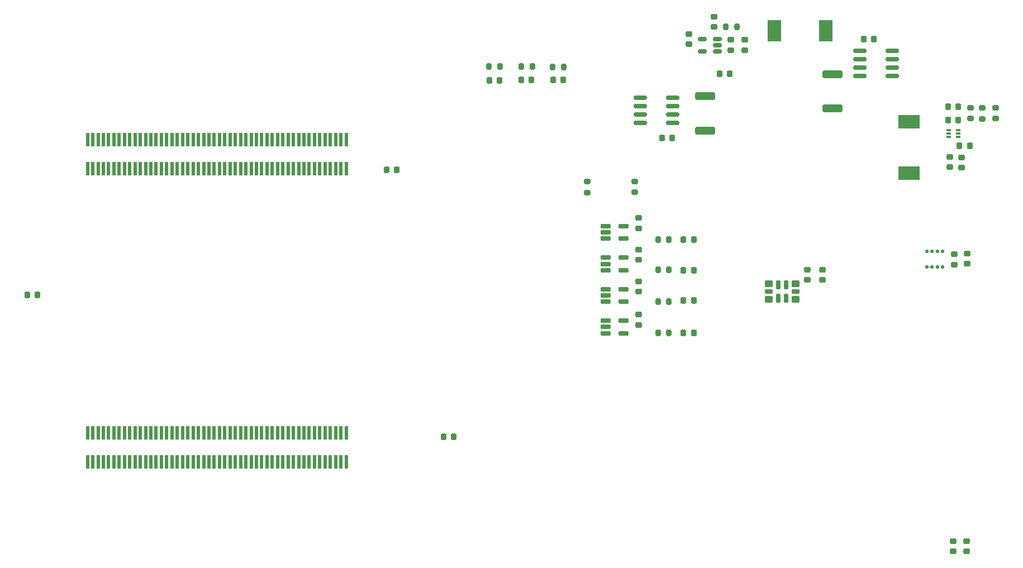
<source format=gbr>
%TF.GenerationSoftware,KiCad,Pcbnew,9.0.0*%
%TF.CreationDate,2025-03-06T02:34:32-05:00*%
%TF.ProjectId,22257_DevBoard,32323235-375f-4446-9576-426f6172642e,rev?*%
%TF.SameCoordinates,Original*%
%TF.FileFunction,Paste,Top*%
%TF.FilePolarity,Positive*%
%FSLAX46Y46*%
G04 Gerber Fmt 4.6, Leading zero omitted, Abs format (unit mm)*
G04 Created by KiCad (PCBNEW 9.0.0) date 2025-03-06 02:34:32*
%MOMM*%
%LPD*%
G01*
G04 APERTURE LIST*
G04 Aperture macros list*
%AMRoundRect*
0 Rectangle with rounded corners*
0 $1 Rounding radius*
0 $2 $3 $4 $5 $6 $7 $8 $9 X,Y pos of 4 corners*
0 Add a 4 corners polygon primitive as box body*
4,1,4,$2,$3,$4,$5,$6,$7,$8,$9,$2,$3,0*
0 Add four circle primitives for the rounded corners*
1,1,$1+$1,$2,$3*
1,1,$1+$1,$4,$5*
1,1,$1+$1,$6,$7*
1,1,$1+$1,$8,$9*
0 Add four rect primitives between the rounded corners*
20,1,$1+$1,$2,$3,$4,$5,0*
20,1,$1+$1,$4,$5,$6,$7,0*
20,1,$1+$1,$6,$7,$8,$9,0*
20,1,$1+$1,$8,$9,$2,$3,0*%
G04 Aperture macros list end*
%ADD10RoundRect,0.150000X-0.825000X-0.150000X0.825000X-0.150000X0.825000X0.150000X-0.825000X0.150000X0*%
%ADD11RoundRect,0.200000X0.200000X0.275000X-0.200000X0.275000X-0.200000X-0.275000X0.200000X-0.275000X0*%
%ADD12RoundRect,0.200000X-0.275000X0.200000X-0.275000X-0.200000X0.275000X-0.200000X0.275000X0.200000X0*%
%ADD13RoundRect,0.218750X-0.218750X-0.256250X0.218750X-0.256250X0.218750X0.256250X-0.218750X0.256250X0*%
%ADD14RoundRect,0.200000X0.275000X-0.200000X0.275000X0.200000X-0.275000X0.200000X-0.275000X-0.200000X0*%
%ADD15RoundRect,0.150000X0.512500X0.150000X-0.512500X0.150000X-0.512500X-0.150000X0.512500X-0.150000X0*%
%ADD16R,2.000000X3.200000*%
%ADD17RoundRect,0.225000X-0.250000X0.225000X-0.250000X-0.225000X0.250000X-0.225000X0.250000X0.225000X0*%
%ADD18RoundRect,0.225000X0.225000X0.250000X-0.225000X0.250000X-0.225000X-0.250000X0.225000X-0.250000X0*%
%ADD19RoundRect,0.225000X0.250000X-0.225000X0.250000X0.225000X-0.250000X0.225000X-0.250000X-0.225000X0*%
%ADD20RoundRect,0.218750X0.218750X0.256250X-0.218750X0.256250X-0.218750X-0.256250X0.218750X-0.256250X0*%
%ADD21RoundRect,0.225000X-0.225000X-0.250000X0.225000X-0.250000X0.225000X0.250000X-0.225000X0.250000X0*%
%ADD22RoundRect,0.162500X-0.617500X-0.162500X0.617500X-0.162500X0.617500X0.162500X-0.617500X0.162500X0*%
%ADD23RoundRect,0.125000X0.125000X0.137500X-0.125000X0.137500X-0.125000X-0.137500X0.125000X-0.137500X0*%
%ADD24R,3.200000X2.000000*%
%ADD25RoundRect,0.087500X-0.250000X-0.087500X0.250000X-0.087500X0.250000X0.087500X-0.250000X0.087500X0*%
%ADD26RoundRect,0.150000X0.825000X0.150000X-0.825000X0.150000X-0.825000X-0.150000X0.825000X-0.150000X0*%
%ADD27RoundRect,0.171000X1.354000X-0.399000X1.354000X0.399000X-1.354000X0.399000X-1.354000X-0.399000X0*%
%ADD28R,0.500000X2.000000*%
%ADD29RoundRect,0.157500X-0.417500X-0.367500X0.417500X-0.367500X0.417500X0.367500X-0.417500X0.367500X0*%
%ADD30RoundRect,0.105000X-0.245000X-0.570000X0.245000X-0.570000X0.245000X0.570000X-0.245000X0.570000X0*%
%ADD31RoundRect,0.105000X-0.470000X-0.245000X0.470000X-0.245000X0.470000X0.245000X-0.470000X0.245000X0*%
%ADD32RoundRect,0.171000X-1.354000X0.399000X-1.354000X-0.399000X1.354000X-0.399000X1.354000X0.399000X0*%
G04 APERTURE END LIST*
D10*
%TO.C,U6*%
X126817000Y-13029000D03*
X126817000Y-14299000D03*
X126817000Y-15569000D03*
X126817000Y-16839000D03*
X131767000Y-16839000D03*
X131767000Y-15569000D03*
X131767000Y-14299000D03*
X131767000Y-13029000D03*
%TD*%
D11*
%TO.C,R13*%
X105579713Y-8303928D03*
X103929713Y-8303928D03*
%TD*%
D12*
%TO.C,R5*%
X180659000Y-14549000D03*
X180659000Y-16199000D03*
%TD*%
D13*
%TO.C,D2*%
X113605213Y-10331928D03*
X115180213Y-10331928D03*
%TD*%
D11*
%TO.C,R9*%
X131187000Y-48706000D03*
X129537000Y-48706000D03*
%TD*%
D14*
%TO.C,R4*%
X178669000Y-16219000D03*
X178669000Y-14569000D03*
%TD*%
D15*
%TO.C,U3*%
X138539500Y-6031000D03*
X138539500Y-5081000D03*
X138539500Y-4131000D03*
X136264500Y-4131000D03*
X136264500Y-6031000D03*
%TD*%
D16*
%TO.C,L1*%
X154951000Y-2873000D03*
X147151000Y-2873000D03*
%TD*%
D17*
%TO.C,C20*%
X126556000Y-36061000D03*
X126556000Y-37611000D03*
%TD*%
D18*
%TO.C,C24*%
X98552000Y-64389000D03*
X97002000Y-64389000D03*
%TD*%
D11*
%TO.C,R12*%
X131187000Y-34572000D03*
X129537000Y-34572000D03*
%TD*%
D19*
%TO.C,C4*%
X174244000Y-81814000D03*
X174244000Y-80264000D03*
%TD*%
D20*
%TO.C,D3*%
X134973500Y-48666000D03*
X133398500Y-48666000D03*
%TD*%
D18*
%TO.C,C23*%
X89916000Y-23906000D03*
X88366000Y-23906000D03*
%TD*%
D21*
%TO.C,C25*%
X33953200Y-42919000D03*
X35503200Y-42919000D03*
%TD*%
D11*
%TO.C,R11*%
X131187000Y-39114000D03*
X129537000Y-39114000D03*
%TD*%
D22*
%TO.C,U9*%
X121576000Y-37266000D03*
X121576000Y-38216000D03*
X121576000Y-39166000D03*
X124276000Y-39166000D03*
X124276000Y-37266000D03*
%TD*%
D13*
%TO.C,D7*%
X103953213Y-10381928D03*
X105528213Y-10381928D03*
%TD*%
D23*
%TO.C,U7*%
X172650000Y-38663500D03*
X171850000Y-38663500D03*
X171050000Y-38663500D03*
X170250000Y-38663500D03*
X170250000Y-36288500D03*
X171050000Y-36288500D03*
X171850000Y-36288500D03*
X172650000Y-36288500D03*
%TD*%
D14*
%TO.C,R15*%
X126022600Y-27368000D03*
X126022600Y-25718000D03*
%TD*%
D24*
%TO.C,L2*%
X167533000Y-16640000D03*
X167533000Y-24440000D03*
%TD*%
D19*
%TO.C,C7*%
X140588000Y-5807000D03*
X140588000Y-4257000D03*
%TD*%
D17*
%TO.C,C11*%
X175491000Y-22079000D03*
X175491000Y-23629000D03*
%TD*%
D14*
%TO.C,R14*%
X118809000Y-27398000D03*
X118809000Y-25748000D03*
%TD*%
D17*
%TO.C,C12*%
X173705000Y-22013000D03*
X173705000Y-23563000D03*
%TD*%
D22*
%TO.C,U11*%
X121576000Y-46816000D03*
X121576000Y-47766000D03*
X121576000Y-48716000D03*
X124276000Y-48716000D03*
X124276000Y-46816000D03*
%TD*%
D19*
%TO.C,C8*%
X142650000Y-5807000D03*
X142650000Y-4257000D03*
%TD*%
D25*
%TO.C,U4*%
X173572500Y-17919000D03*
X173572500Y-18419000D03*
X173572500Y-18919000D03*
X174997500Y-18919000D03*
X174997500Y-18419000D03*
X174997500Y-17919000D03*
%TD*%
D17*
%TO.C,C22*%
X126556000Y-45907000D03*
X126556000Y-47457000D03*
%TD*%
D19*
%TO.C,C9*%
X138044000Y-2263000D03*
X138044000Y-713000D03*
%TD*%
D21*
%TO.C,C10*%
X175216000Y-20330000D03*
X176766000Y-20330000D03*
%TD*%
D26*
%TO.C,U5*%
X165028000Y-9728000D03*
X165028000Y-8458000D03*
X165028000Y-7188000D03*
X165028000Y-5918000D03*
X160078000Y-5918000D03*
X160078000Y-7188000D03*
X160078000Y-8458000D03*
X160078000Y-9728000D03*
%TD*%
D17*
%TO.C,C21*%
X126556000Y-40857000D03*
X126556000Y-42407000D03*
%TD*%
D21*
%TO.C,C16*%
X160669000Y-4120000D03*
X162219000Y-4120000D03*
%TD*%
%TO.C,C6*%
X138869200Y-9399000D03*
X140419200Y-9399000D03*
%TD*%
D22*
%TO.C,U10*%
X121576000Y-42041000D03*
X121576000Y-42991000D03*
X121576000Y-43941000D03*
X124276000Y-43941000D03*
X124276000Y-42041000D03*
%TD*%
D27*
%TO.C,R7*%
X136652000Y-17990000D03*
X136652000Y-12780000D03*
%TD*%
D19*
%TO.C,C3*%
X176276000Y-81814000D03*
X176276000Y-80264000D03*
%TD*%
D11*
%TO.C,R8*%
X115231713Y-8333928D03*
X113581713Y-8333928D03*
%TD*%
D20*
%TO.C,D6*%
X134973500Y-34546000D03*
X133398500Y-34546000D03*
%TD*%
%TO.C,D5*%
X134973500Y-39168000D03*
X133398500Y-39168000D03*
%TD*%
D28*
%TO.C,JX1*%
X43073448Y-63838141D03*
X43073448Y-68238141D03*
X43873448Y-63838141D03*
X43873448Y-68238141D03*
X44673448Y-63838141D03*
X44673448Y-68238141D03*
X45473448Y-63838141D03*
X45473448Y-68238141D03*
X46273448Y-63838141D03*
X46273448Y-68238141D03*
X47073448Y-63838141D03*
X47073448Y-68238141D03*
X47873448Y-63838141D03*
X47873448Y-68238141D03*
X48673448Y-63838141D03*
X48673448Y-68238141D03*
X49473448Y-63838141D03*
X49473448Y-68238141D03*
X50273448Y-63838141D03*
X50273448Y-68238141D03*
X51073448Y-63838141D03*
X51073448Y-68238141D03*
X51873448Y-63838141D03*
X51873448Y-68238141D03*
X52673448Y-63838141D03*
X52673448Y-68238141D03*
X53473448Y-63838141D03*
X53473448Y-68238141D03*
X54273448Y-63838141D03*
X54273448Y-68238141D03*
X55073448Y-63838141D03*
X55073448Y-68238141D03*
X55873448Y-63838141D03*
X55873448Y-68238141D03*
X56673448Y-63838141D03*
X56673448Y-68238141D03*
X57473448Y-63838141D03*
X57473448Y-68238141D03*
X58273448Y-63838141D03*
X58273448Y-68238141D03*
X59073448Y-63838141D03*
X59073448Y-68238141D03*
X59873448Y-63838141D03*
X59873448Y-68238141D03*
X60673448Y-63838141D03*
X60673448Y-68238141D03*
X61473448Y-63838141D03*
X61473448Y-68238141D03*
X62273448Y-63838141D03*
X62273448Y-68238141D03*
X63073448Y-63838141D03*
X63073448Y-68238141D03*
X63873448Y-63838141D03*
X63873448Y-68238141D03*
X64673448Y-63838141D03*
X64673448Y-68238141D03*
X65473448Y-63838141D03*
X65473448Y-68238141D03*
X66273448Y-63838141D03*
X66273448Y-68238141D03*
X67073448Y-63838141D03*
X67073448Y-68238141D03*
X67873448Y-63838141D03*
X67873448Y-68238141D03*
X68673448Y-63838141D03*
X68673448Y-68238141D03*
X69473448Y-63838141D03*
X69473448Y-68238141D03*
X70273448Y-63838141D03*
X70273448Y-68238141D03*
X71073448Y-63838141D03*
X71073448Y-68238141D03*
X71873448Y-63838141D03*
X71873448Y-68238141D03*
X72673448Y-63838141D03*
X72673448Y-68238141D03*
X73473448Y-63838141D03*
X73473448Y-68238141D03*
X74273448Y-63838141D03*
X74273448Y-68238141D03*
X75073448Y-63838141D03*
X75073448Y-68238141D03*
X75873448Y-63838141D03*
X75873448Y-68238141D03*
X76673448Y-63838141D03*
X76673448Y-68238141D03*
X77473448Y-63838141D03*
X77473448Y-68238141D03*
X78273448Y-63838141D03*
X78273448Y-68238141D03*
X79073448Y-63838141D03*
X79073448Y-68238141D03*
X79873448Y-63838141D03*
X79873448Y-68238141D03*
X80673448Y-63838141D03*
X80673448Y-68238141D03*
X81473448Y-63838141D03*
X81473448Y-68238141D03*
X82273448Y-63838141D03*
X82273448Y-68238141D03*
%TD*%
D11*
%TO.C,R10*%
X131187000Y-43910000D03*
X129537000Y-43910000D03*
%TD*%
D29*
%TO.C,U2*%
X150361000Y-43593000D03*
D30*
X148936000Y-43443000D03*
X147736000Y-43443000D03*
D29*
X146311000Y-43593000D03*
D31*
X146311000Y-42418000D03*
D29*
X146311000Y-41243000D03*
D30*
X147736000Y-41393000D03*
X148936000Y-41393000D03*
D29*
X150361000Y-41243000D03*
D31*
X150361000Y-42418000D03*
%TD*%
D19*
%TO.C,C1*%
X152146000Y-40666000D03*
X152146000Y-39116000D03*
%TD*%
%TO.C,C2*%
X154432000Y-40666000D03*
X154432000Y-39116000D03*
%TD*%
D18*
%TO.C,C14*%
X175042000Y-16430000D03*
X173492000Y-16430000D03*
%TD*%
D28*
%TO.C,JX2*%
X43073448Y-19388141D03*
X43073448Y-23788141D03*
X43873448Y-19388141D03*
X43873448Y-23788141D03*
X44673448Y-19388141D03*
X44673448Y-23788141D03*
X45473448Y-19388141D03*
X45473448Y-23788141D03*
X46273448Y-19388141D03*
X46273448Y-23788141D03*
X47073448Y-19388141D03*
X47073448Y-23788141D03*
X47873448Y-19388141D03*
X47873448Y-23788141D03*
X48673448Y-19388141D03*
X48673448Y-23788141D03*
X49473448Y-19388141D03*
X49473448Y-23788141D03*
X50273448Y-19388141D03*
X50273448Y-23788141D03*
X51073448Y-19388141D03*
X51073448Y-23788141D03*
X51873448Y-19388141D03*
X51873448Y-23788141D03*
X52673448Y-19388141D03*
X52673448Y-23788141D03*
X53473448Y-19388141D03*
X53473448Y-23788141D03*
X54273448Y-19388141D03*
X54273448Y-23788141D03*
X55073448Y-19388141D03*
X55073448Y-23788141D03*
X55873448Y-19388141D03*
X55873448Y-23788141D03*
X56673448Y-19388141D03*
X56673448Y-23788141D03*
X57473448Y-19388141D03*
X57473448Y-23788141D03*
X58273448Y-19388141D03*
X58273448Y-23788141D03*
X59073448Y-19388141D03*
X59073448Y-23788141D03*
X59873448Y-19388141D03*
X59873448Y-23788141D03*
X60673448Y-19388141D03*
X60673448Y-23788141D03*
X61473448Y-19388141D03*
X61473448Y-23788141D03*
X62273448Y-19388141D03*
X62273448Y-23788141D03*
X63073448Y-19388141D03*
X63073448Y-23788141D03*
X63873448Y-19388141D03*
X63873448Y-23788141D03*
X64673448Y-19388141D03*
X64673448Y-23788141D03*
X65473448Y-19388141D03*
X65473448Y-23788141D03*
X66273448Y-19388141D03*
X66273448Y-23788141D03*
X67073448Y-19388141D03*
X67073448Y-23788141D03*
X67873448Y-19388141D03*
X67873448Y-23788141D03*
X68673448Y-19388141D03*
X68673448Y-23788141D03*
X69473448Y-19388141D03*
X69473448Y-23788141D03*
X70273448Y-19388141D03*
X70273448Y-23788141D03*
X71073448Y-19388141D03*
X71073448Y-23788141D03*
X71873448Y-19388141D03*
X71873448Y-23788141D03*
X72673448Y-19388141D03*
X72673448Y-23788141D03*
X73473448Y-19388141D03*
X73473448Y-23788141D03*
X74273448Y-19388141D03*
X74273448Y-23788141D03*
X75073448Y-19388141D03*
X75073448Y-23788141D03*
X75873448Y-19388141D03*
X75873448Y-23788141D03*
X76673448Y-19388141D03*
X76673448Y-23788141D03*
X77473448Y-19388141D03*
X77473448Y-23788141D03*
X78273448Y-19388141D03*
X78273448Y-23788141D03*
X79073448Y-19388141D03*
X79073448Y-23788141D03*
X79873448Y-19388141D03*
X79873448Y-23788141D03*
X80673448Y-19388141D03*
X80673448Y-23788141D03*
X81473448Y-19388141D03*
X81473448Y-23788141D03*
X82273448Y-19388141D03*
X82273448Y-23788141D03*
%TD*%
D17*
%TO.C,C19*%
X126556000Y-31265000D03*
X126556000Y-32815000D03*
%TD*%
%TO.C,C5*%
X134234000Y-3387000D03*
X134234000Y-4937000D03*
%TD*%
D11*
%TO.C,R1*%
X141463000Y-2280000D03*
X139813000Y-2280000D03*
%TD*%
D13*
%TO.C,D1*%
X108779213Y-10281928D03*
X110354213Y-10281928D03*
%TD*%
D17*
%TO.C,C18*%
X174434000Y-36751000D03*
X174434000Y-38301000D03*
%TD*%
D18*
%TO.C,C17*%
X131684000Y-19139000D03*
X130134000Y-19139000D03*
%TD*%
D12*
%TO.C,R3*%
X176861000Y-14529000D03*
X176861000Y-16179000D03*
%TD*%
D17*
%TO.C,C15*%
X176412000Y-36617000D03*
X176412000Y-38167000D03*
%TD*%
D18*
%TO.C,C13*%
X175042000Y-14368000D03*
X173492000Y-14368000D03*
%TD*%
D32*
%TO.C,R6*%
X155956000Y-9442000D03*
X155956000Y-14652000D03*
%TD*%
D20*
%TO.C,D4*%
X134973500Y-43790000D03*
X133398500Y-43790000D03*
%TD*%
D22*
%TO.C,U8*%
X121576000Y-32491000D03*
X121576000Y-33441000D03*
X121576000Y-34391000D03*
X124276000Y-34391000D03*
X124276000Y-32491000D03*
%TD*%
D11*
%TO.C,R2*%
X110459713Y-8243928D03*
X108809713Y-8243928D03*
%TD*%
M02*

</source>
